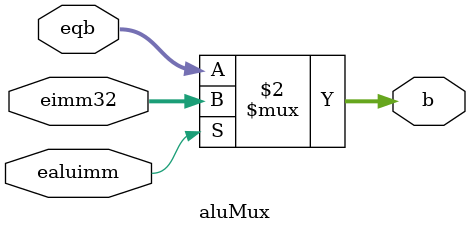
<source format=v>
`timescale 1ns / 1ps
module aluMux(
    input [31:0] eqb,         //register value second source
    input [31:0] eimm32,      //sign extended imm value
    input ealuimm,            //alu imm control value
    output reg [31:0] b       //input to alu
);

    //choose between eqb and eimm32
    always @(*) begin
        b = (ealuimm) ? eimm32 : eqb;
    end

endmodule

</source>
